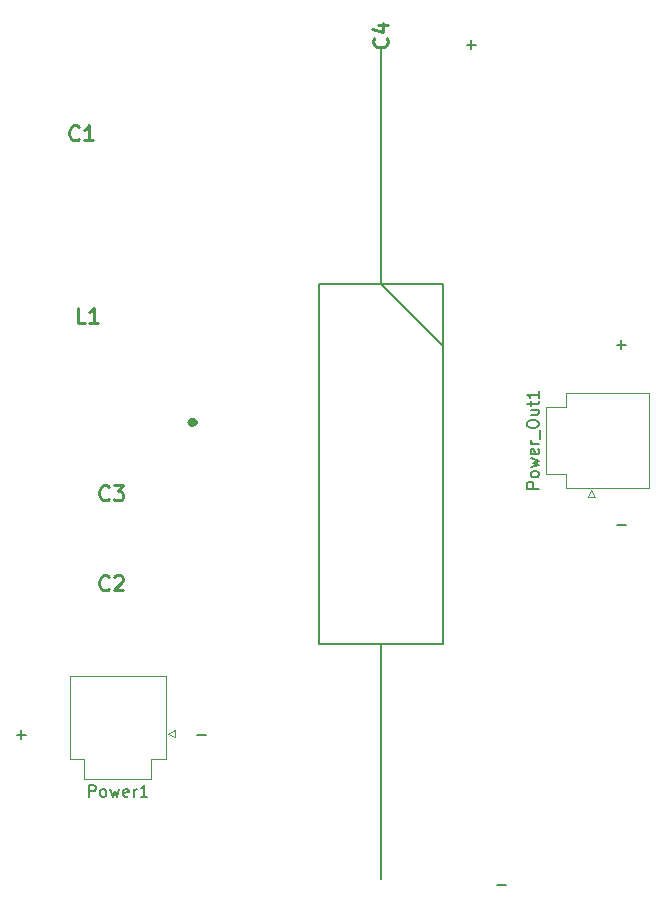
<source format=gbr>
%TF.GenerationSoftware,KiCad,Pcbnew,(6.0.8)*%
%TF.CreationDate,2022-11-04T03:53:52-06:00*%
%TF.ProjectId,CP40B,43503430-422e-46b6-9963-61645f706362,rev?*%
%TF.SameCoordinates,Original*%
%TF.FileFunction,Legend,Top*%
%TF.FilePolarity,Positive*%
%FSLAX46Y46*%
G04 Gerber Fmt 4.6, Leading zero omitted, Abs format (unit mm)*
G04 Created by KiCad (PCBNEW (6.0.8)) date 2022-11-04 03:53:52*
%MOMM*%
%LPD*%
G01*
G04 APERTURE LIST*
%ADD10C,0.150000*%
%ADD11C,0.254000*%
%ADD12C,0.400000*%
%ADD13C,0.200000*%
%ADD14C,0.120000*%
G04 APERTURE END LIST*
D10*
X192659047Y-137231428D02*
X193420952Y-137231428D01*
X190119047Y-66111428D02*
X190880952Y-66111428D01*
X190500000Y-66492380D02*
X190500000Y-65730476D01*
X167259047Y-124531428D02*
X168020952Y-124531428D01*
X152019047Y-124531428D02*
X152780952Y-124531428D01*
X152400000Y-124912380D02*
X152400000Y-124150476D01*
X202819047Y-106751428D02*
X203580952Y-106751428D01*
X202819047Y-91511428D02*
X203580952Y-91511428D01*
X203200000Y-91892380D02*
X203200000Y-91130476D01*
D11*
%TO.C,L1*%
X157813333Y-89666523D02*
X157208571Y-89666523D01*
X157208571Y-88396523D01*
X158901904Y-89666523D02*
X158176190Y-89666523D01*
X158539047Y-89666523D02*
X158539047Y-88396523D01*
X158418095Y-88577952D01*
X158297142Y-88698904D01*
X158176190Y-88759380D01*
%TO.C,C2*%
X159808333Y-112213571D02*
X159747857Y-112274047D01*
X159566428Y-112334523D01*
X159445476Y-112334523D01*
X159264047Y-112274047D01*
X159143095Y-112153095D01*
X159082619Y-112032142D01*
X159022142Y-111790238D01*
X159022142Y-111608809D01*
X159082619Y-111366904D01*
X159143095Y-111245952D01*
X159264047Y-111125000D01*
X159445476Y-111064523D01*
X159566428Y-111064523D01*
X159747857Y-111125000D01*
X159808333Y-111185476D01*
X160292142Y-111185476D02*
X160352619Y-111125000D01*
X160473571Y-111064523D01*
X160775952Y-111064523D01*
X160896904Y-111125000D01*
X160957380Y-111185476D01*
X161017857Y-111306428D01*
X161017857Y-111427380D01*
X160957380Y-111608809D01*
X160231666Y-112334523D01*
X161017857Y-112334523D01*
%TO.C,C4*%
X183333571Y-65561666D02*
X183394047Y-65622142D01*
X183454523Y-65803571D01*
X183454523Y-65924523D01*
X183394047Y-66105952D01*
X183273095Y-66226904D01*
X183152142Y-66287380D01*
X182910238Y-66347857D01*
X182728809Y-66347857D01*
X182486904Y-66287380D01*
X182365952Y-66226904D01*
X182245000Y-66105952D01*
X182184523Y-65924523D01*
X182184523Y-65803571D01*
X182245000Y-65622142D01*
X182305476Y-65561666D01*
X182607857Y-64473095D02*
X183454523Y-64473095D01*
X182124047Y-64775476D02*
X183031190Y-65077857D01*
X183031190Y-64291666D01*
D10*
%TO.C,Power1*%
X158127619Y-129812380D02*
X158127619Y-128812380D01*
X158508571Y-128812380D01*
X158603809Y-128860000D01*
X158651428Y-128907619D01*
X158699047Y-129002857D01*
X158699047Y-129145714D01*
X158651428Y-129240952D01*
X158603809Y-129288571D01*
X158508571Y-129336190D01*
X158127619Y-129336190D01*
X159270476Y-129812380D02*
X159175238Y-129764761D01*
X159127619Y-129717142D01*
X159080000Y-129621904D01*
X159080000Y-129336190D01*
X159127619Y-129240952D01*
X159175238Y-129193333D01*
X159270476Y-129145714D01*
X159413333Y-129145714D01*
X159508571Y-129193333D01*
X159556190Y-129240952D01*
X159603809Y-129336190D01*
X159603809Y-129621904D01*
X159556190Y-129717142D01*
X159508571Y-129764761D01*
X159413333Y-129812380D01*
X159270476Y-129812380D01*
X159937142Y-129145714D02*
X160127619Y-129812380D01*
X160318095Y-129336190D01*
X160508571Y-129812380D01*
X160699047Y-129145714D01*
X161460952Y-129764761D02*
X161365714Y-129812380D01*
X161175238Y-129812380D01*
X161080000Y-129764761D01*
X161032380Y-129669523D01*
X161032380Y-129288571D01*
X161080000Y-129193333D01*
X161175238Y-129145714D01*
X161365714Y-129145714D01*
X161460952Y-129193333D01*
X161508571Y-129288571D01*
X161508571Y-129383809D01*
X161032380Y-129479047D01*
X161937142Y-129812380D02*
X161937142Y-129145714D01*
X161937142Y-129336190D02*
X161984761Y-129240952D01*
X162032380Y-129193333D01*
X162127619Y-129145714D01*
X162222857Y-129145714D01*
X163080000Y-129812380D02*
X162508571Y-129812380D01*
X162794285Y-129812380D02*
X162794285Y-128812380D01*
X162699047Y-128955238D01*
X162603809Y-129050476D01*
X162508571Y-129098095D01*
%TO.C,Power_Out1*%
X196212380Y-103715238D02*
X195212380Y-103715238D01*
X195212380Y-103334285D01*
X195260000Y-103239047D01*
X195307619Y-103191428D01*
X195402857Y-103143809D01*
X195545714Y-103143809D01*
X195640952Y-103191428D01*
X195688571Y-103239047D01*
X195736190Y-103334285D01*
X195736190Y-103715238D01*
X196212380Y-102572380D02*
X196164761Y-102667619D01*
X196117142Y-102715238D01*
X196021904Y-102762857D01*
X195736190Y-102762857D01*
X195640952Y-102715238D01*
X195593333Y-102667619D01*
X195545714Y-102572380D01*
X195545714Y-102429523D01*
X195593333Y-102334285D01*
X195640952Y-102286666D01*
X195736190Y-102239047D01*
X196021904Y-102239047D01*
X196117142Y-102286666D01*
X196164761Y-102334285D01*
X196212380Y-102429523D01*
X196212380Y-102572380D01*
X195545714Y-101905714D02*
X196212380Y-101715238D01*
X195736190Y-101524761D01*
X196212380Y-101334285D01*
X195545714Y-101143809D01*
X196164761Y-100381904D02*
X196212380Y-100477142D01*
X196212380Y-100667619D01*
X196164761Y-100762857D01*
X196069523Y-100810476D01*
X195688571Y-100810476D01*
X195593333Y-100762857D01*
X195545714Y-100667619D01*
X195545714Y-100477142D01*
X195593333Y-100381904D01*
X195688571Y-100334285D01*
X195783809Y-100334285D01*
X195879047Y-100810476D01*
X196212380Y-99905714D02*
X195545714Y-99905714D01*
X195736190Y-99905714D02*
X195640952Y-99858095D01*
X195593333Y-99810476D01*
X195545714Y-99715238D01*
X195545714Y-99620000D01*
X196307619Y-99524761D02*
X196307619Y-98762857D01*
X195212380Y-98334285D02*
X195212380Y-98143809D01*
X195260000Y-98048571D01*
X195355238Y-97953333D01*
X195545714Y-97905714D01*
X195879047Y-97905714D01*
X196069523Y-97953333D01*
X196164761Y-98048571D01*
X196212380Y-98143809D01*
X196212380Y-98334285D01*
X196164761Y-98429523D01*
X196069523Y-98524761D01*
X195879047Y-98572380D01*
X195545714Y-98572380D01*
X195355238Y-98524761D01*
X195260000Y-98429523D01*
X195212380Y-98334285D01*
X195545714Y-97048571D02*
X196212380Y-97048571D01*
X195545714Y-97477142D02*
X196069523Y-97477142D01*
X196164761Y-97429523D01*
X196212380Y-97334285D01*
X196212380Y-97191428D01*
X196164761Y-97096190D01*
X196117142Y-97048571D01*
X195545714Y-96715238D02*
X195545714Y-96334285D01*
X195212380Y-96572380D02*
X196069523Y-96572380D01*
X196164761Y-96524761D01*
X196212380Y-96429523D01*
X196212380Y-96334285D01*
X196212380Y-95477142D02*
X196212380Y-96048571D01*
X196212380Y-95762857D02*
X195212380Y-95762857D01*
X195355238Y-95858095D01*
X195450476Y-95953333D01*
X195498095Y-96048571D01*
D11*
%TO.C,C3*%
X159808333Y-104593571D02*
X159747857Y-104654047D01*
X159566428Y-104714523D01*
X159445476Y-104714523D01*
X159264047Y-104654047D01*
X159143095Y-104533095D01*
X159082619Y-104412142D01*
X159022142Y-104170238D01*
X159022142Y-103988809D01*
X159082619Y-103746904D01*
X159143095Y-103625952D01*
X159264047Y-103505000D01*
X159445476Y-103444523D01*
X159566428Y-103444523D01*
X159747857Y-103505000D01*
X159808333Y-103565476D01*
X160231666Y-103444523D02*
X161017857Y-103444523D01*
X160594523Y-103928333D01*
X160775952Y-103928333D01*
X160896904Y-103988809D01*
X160957380Y-104049285D01*
X161017857Y-104170238D01*
X161017857Y-104472619D01*
X160957380Y-104593571D01*
X160896904Y-104654047D01*
X160775952Y-104714523D01*
X160413095Y-104714523D01*
X160292142Y-104654047D01*
X160231666Y-104593571D01*
%TO.C,C1*%
X157268333Y-74113571D02*
X157207857Y-74174047D01*
X157026428Y-74234523D01*
X156905476Y-74234523D01*
X156724047Y-74174047D01*
X156603095Y-74053095D01*
X156542619Y-73932142D01*
X156482142Y-73690238D01*
X156482142Y-73508809D01*
X156542619Y-73266904D01*
X156603095Y-73145952D01*
X156724047Y-73025000D01*
X156905476Y-72964523D01*
X157026428Y-72964523D01*
X157207857Y-73025000D01*
X157268333Y-73085476D01*
X158477857Y-74234523D02*
X157752142Y-74234523D01*
X158115000Y-74234523D02*
X158115000Y-72964523D01*
X157994047Y-73145952D01*
X157873095Y-73266904D01*
X157752142Y-73327380D01*
D12*
%TO.C,L1*%
X167080000Y-98100000D02*
X167080000Y-98100000D01*
X166680000Y-98100000D02*
X166680000Y-98100000D01*
X166680000Y-98100000D02*
G75*
G03*
X167080000Y-98100000I200000J0D01*
G01*
X167080000Y-98100000D02*
G75*
G03*
X166680000Y-98100000I-200000J0D01*
G01*
D13*
%TO.C,C4*%
X182880000Y-66450000D02*
X182880000Y-86350000D01*
X188130000Y-86350000D02*
X188130000Y-116850000D01*
X182880000Y-116850000D02*
X182880000Y-136750000D01*
X188130000Y-116850000D02*
X177630000Y-116850000D01*
X182880000Y-86350000D02*
X188130000Y-91600000D01*
X177630000Y-116850000D02*
X177630000Y-86350000D01*
X177630000Y-86350000D02*
X188130000Y-86350000D01*
D14*
%TO.C,Power1*%
X157740000Y-128270000D02*
X157740000Y-126570000D01*
X163420000Y-126570000D02*
X163420000Y-128270000D01*
X165420000Y-124760000D02*
X164820000Y-124460000D01*
X164820000Y-124460000D02*
X165420000Y-124160000D01*
X164620000Y-119550000D02*
X164620000Y-126570000D01*
X156540000Y-126570000D02*
X156540000Y-119550000D01*
X157740000Y-126570000D02*
X156540000Y-126570000D01*
X165420000Y-124160000D02*
X165420000Y-124760000D01*
X163420000Y-128270000D02*
X157740000Y-128270000D01*
X164620000Y-126570000D02*
X163420000Y-126570000D01*
X156540000Y-119550000D02*
X164620000Y-119550000D01*
%TO.C,Power_Out1*%
X198550000Y-95580000D02*
X205570000Y-95580000D01*
X198550000Y-103660000D02*
X198550000Y-102460000D01*
X198550000Y-96780000D02*
X198550000Y-95580000D01*
X205570000Y-95580000D02*
X205570000Y-103660000D01*
X200660000Y-103860000D02*
X200960000Y-104460000D01*
X196850000Y-96780000D02*
X198550000Y-96780000D01*
X200360000Y-104460000D02*
X200660000Y-103860000D01*
X205570000Y-103660000D02*
X198550000Y-103660000D01*
X196850000Y-102460000D02*
X196850000Y-96780000D01*
X200960000Y-104460000D02*
X200360000Y-104460000D01*
X198550000Y-102460000D02*
X196850000Y-102460000D01*
%TD*%
M02*

</source>
